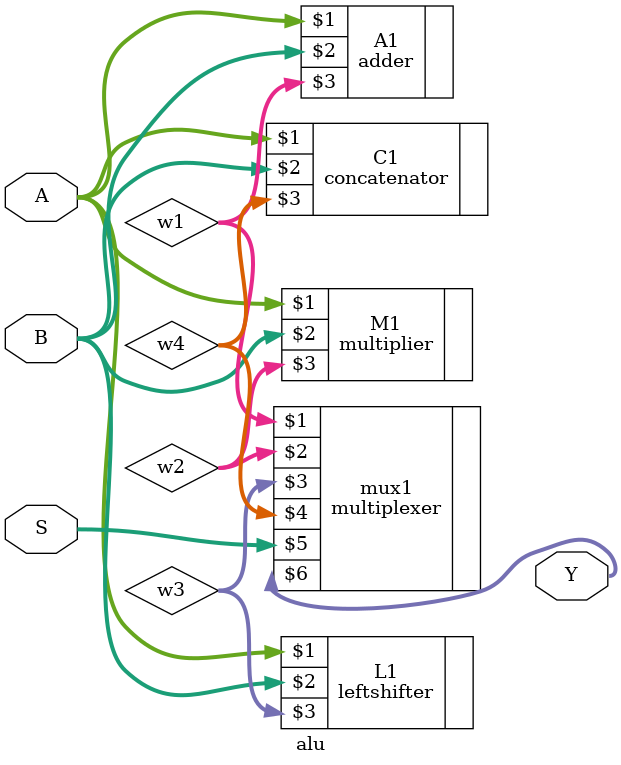
<source format=v>
`timescale 1ns / 1ps
module alu(
    input [3:0] A,
    input [3:0] B,
    input [1:0] S,
    output [7:0] Y
    );
    wire [7:0] w1, w2, w3, w4;
    adder A1(A, B, w1);
    multiplier M1(A, B, w2);
    leftshifter L1(A, B, w3);
    concatenator C1(A, B, w4);
    multiplexer mux1(w1, w2, w3, w4, S, Y);
endmodule

</source>
